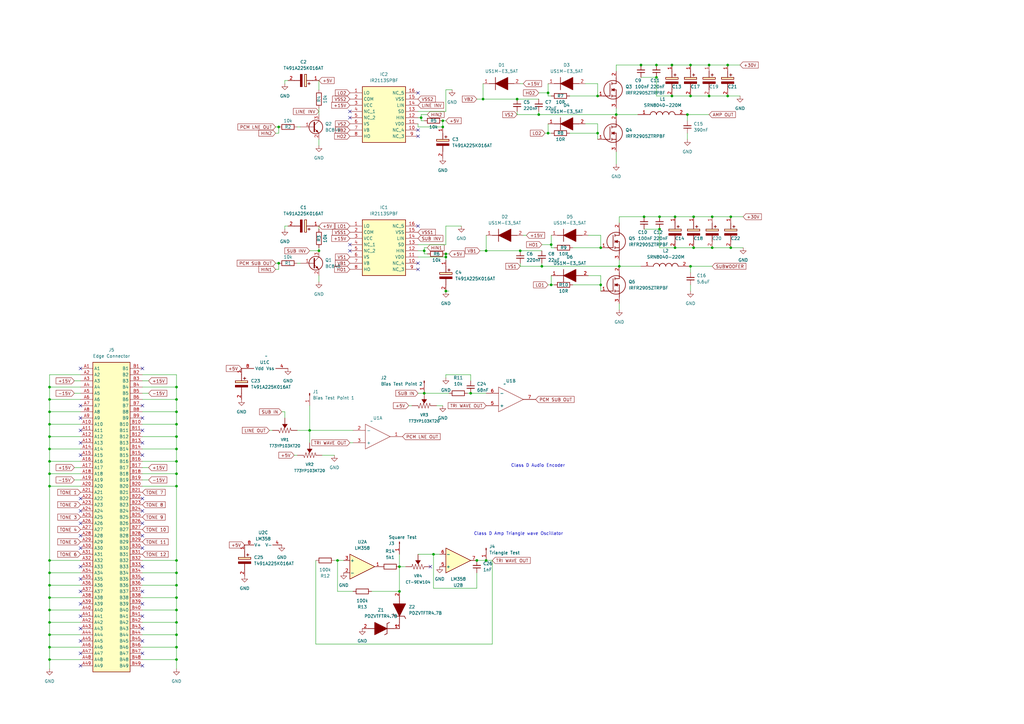
<source format=kicad_sch>
(kicad_sch (version 20230121) (generator eeschema)
  (paper "A3")
  (junction (at 290.83 26.67))
  (junction (at 181.61 52.07))
  (junction (at 283.21 109.22))
  (junction (at 72.39 173.99))
  (junction (at 20.32 189.23))
  (junction (at 182.88 104.14))
  (junction (at 252.73 46.99))
  (junction (at 281.94 46.99))
  (junction (at 226.06 100.33))
  (junction (at 72.39 250.19))
  (junction (at 283.21 39.37))
  (junction (at 262.89 26.67))
  (junction (at 20.32 250.19))
  (junction (at 254 109.22))
  (junction (at 72.39 229.87))
  (junction (at 173.99 102.87))
  (junction (at 195.58 229.87))
  (junction (at 114.3 52.07))
  (junction (at 276.86 88.9))
  (junction (at 213.36 102.87))
  (junction (at 246.38 101.6))
  (junction (at 292.1 88.9))
  (junction (at 72.39 255.27))
  (junction (at 181.61 49.53))
  (junction (at 275.59 26.67))
  (junction (at 199.39 229.87))
  (junction (at 72.39 189.23))
  (junction (at 298.45 26.67))
  (junction (at 292.1 101.6))
  (junction (at 114.3 107.95))
  (junction (at 72.39 163.83))
  (junction (at 270.51 93.98))
  (junction (at 20.32 265.43))
  (junction (at 20.32 194.31))
  (junction (at 20.32 229.87))
  (junction (at 284.48 88.9))
  (junction (at 72.39 245.11))
  (junction (at 130.81 102.87))
  (junction (at 290.83 39.37))
  (junction (at 72.39 184.15))
  (junction (at 224.79 54.61))
  (junction (at 198.12 40.64))
  (junction (at 72.39 179.07))
  (junction (at 222.25 109.22))
  (junction (at 20.32 270.51))
  (junction (at 72.39 265.43))
  (junction (at 270.51 88.9))
  (junction (at 246.38 116.84))
  (junction (at 220.98 46.99))
  (junction (at 127 176.53))
  (junction (at 284.48 101.6))
  (junction (at 20.32 173.99))
  (junction (at 269.24 26.67))
  (junction (at 182.88 105.41))
  (junction (at 163.83 242.57))
  (junction (at 20.32 184.15))
  (junction (at 20.32 179.07))
  (junction (at 20.32 199.39))
  (junction (at 72.39 270.51))
  (junction (at 20.32 255.27))
  (junction (at 224.79 38.1))
  (junction (at 72.39 240.03))
  (junction (at 20.32 234.95))
  (junction (at 276.86 101.6))
  (junction (at 212.09 40.64))
  (junction (at 20.32 158.75))
  (junction (at 163.83 232.41))
  (junction (at 299.72 88.9))
  (junction (at 193.04 161.29))
  (junction (at 298.45 39.37))
  (junction (at 72.39 260.35))
  (junction (at 199.39 102.87))
  (junction (at 20.32 168.91))
  (junction (at 172.72 48.26))
  (junction (at 72.39 199.39))
  (junction (at 226.06 116.84))
  (junction (at 177.8 227.33))
  (junction (at 20.32 163.83))
  (junction (at 20.32 245.11))
  (junction (at 269.24 31.75))
  (junction (at 264.16 88.9))
  (junction (at 245.11 39.37))
  (junction (at 72.39 234.95))
  (junction (at 245.11 54.61))
  (junction (at 72.39 194.31))
  (junction (at 299.72 101.6))
  (junction (at 138.43 229.87))
  (junction (at 20.32 240.03))
  (junction (at 20.32 260.35))
  (junction (at 275.59 39.37))
  (junction (at 72.39 168.91))
  (junction (at 182.88 119.38))
  (junction (at 72.39 158.75))
  (junction (at 283.21 26.67))
  (junction (at 173.99 161.29))
  (no_connect (at 58.42 214.63))
  (no_connect (at 58.42 171.45))
  (no_connect (at 33.02 209.55))
  (no_connect (at 58.42 247.65))
  (no_connect (at 33.02 247.65))
  (no_connect (at 58.42 204.47))
  (no_connect (at 176.53 232.41))
  (no_connect (at 171.45 55.88))
  (no_connect (at 58.42 252.73))
  (no_connect (at 171.45 38.1))
  (no_connect (at 171.45 92.71))
  (no_connect (at 58.42 237.49))
  (no_connect (at 171.45 110.49))
  (no_connect (at 33.02 171.45))
  (no_connect (at 58.42 151.13))
  (no_connect (at 33.02 267.97))
  (no_connect (at 33.02 257.81))
  (no_connect (at 58.42 242.57))
  (no_connect (at 58.42 176.53))
  (no_connect (at 58.42 257.81))
  (no_connect (at 33.02 237.49))
  (no_connect (at 33.02 176.53))
  (no_connect (at 58.42 224.79))
  (no_connect (at 58.42 166.37))
  (no_connect (at 143.51 100.33))
  (no_connect (at 33.02 186.69))
  (no_connect (at 33.02 166.37))
  (no_connect (at 33.02 204.47))
  (no_connect (at 33.02 151.13))
  (no_connect (at 143.51 102.87))
  (no_connect (at 33.02 224.79))
  (no_connect (at 33.02 219.71))
  (no_connect (at 33.02 262.89))
  (no_connect (at 58.42 273.05))
  (no_connect (at 143.51 48.26))
  (no_connect (at 33.02 273.05))
  (no_connect (at 58.42 232.41))
  (no_connect (at 58.42 209.55))
  (no_connect (at 33.02 214.63))
  (no_connect (at 171.45 53.34))
  (no_connect (at 33.02 181.61))
  (no_connect (at 58.42 181.61))
  (no_connect (at 58.42 262.89))
  (no_connect (at 33.02 232.41))
  (no_connect (at 33.02 242.57))
  (no_connect (at 143.51 45.72))
  (no_connect (at 33.02 252.73))
  (no_connect (at 58.42 186.69))
  (no_connect (at 171.45 107.95))
  (no_connect (at 58.42 219.71))
  (no_connect (at 58.42 267.97))
  (wire (pts (xy 138.43 229.87) (xy 140.97 229.87)))
  (wire (pts (xy 30.48 196.85) (xy 33.02 196.85)))
  (wire (pts (xy 284.48 88.9) (xy 292.1 88.9)))
  (wire (pts (xy 240.03 50.8) (xy 245.11 50.8)))
  (wire (pts (xy 72.39 199.39) (xy 72.39 229.87)))
  (wire (pts (xy 283.21 39.37) (xy 290.83 39.37)))
  (wire (pts (xy 33.02 255.27) (xy 20.32 255.27)))
  (wire (pts (xy 171.45 105.41) (xy 182.88 105.41)))
  (wire (pts (xy 262.89 31.75) (xy 269.24 31.75)))
  (wire (pts (xy 233.68 54.61) (xy 245.11 54.61)))
  (wire (pts (xy 72.39 234.95) (xy 72.39 240.03)))
  (wire (pts (xy 195.58 234.95) (xy 195.58 241.3)))
  (wire (pts (xy 246.38 119.38) (xy 246.38 116.84)))
  (wire (pts (xy 175.26 104.14) (xy 173.99 104.14)))
  (wire (pts (xy 130.81 44.45) (xy 130.81 46.99)))
  (wire (pts (xy 30.48 156.21) (xy 33.02 156.21)))
  (wire (pts (xy 224.79 54.61) (xy 226.06 54.61)))
  (wire (pts (xy 193.04 161.29) (xy 199.39 161.29)))
  (wire (pts (xy 222.25 100.33) (xy 226.06 100.33)))
  (wire (pts (xy 173.99 104.14) (xy 173.99 102.87)))
  (wire (pts (xy 58.42 229.87) (xy 72.39 229.87)))
  (wire (pts (xy 222.25 107.95) (xy 222.25 109.22)))
  (wire (pts (xy 181.61 52.07) (xy 181.61 49.53)))
  (wire (pts (xy 224.79 50.8) (xy 224.79 54.61)))
  (wire (pts (xy 113.03 107.95) (xy 114.3 107.95)))
  (wire (pts (xy 130.81 59.69) (xy 130.81 57.15)))
  (wire (pts (xy 72.39 168.91) (xy 72.39 173.99)))
  (wire (pts (xy 173.99 161.29) (xy 184.15 161.29)))
  (wire (pts (xy 20.32 194.31) (xy 33.02 194.31)))
  (wire (pts (xy 20.32 245.11) (xy 20.32 240.03)))
  (wire (pts (xy 127 181.61) (xy 127 176.53)))
  (wire (pts (xy 283.21 39.37) (xy 275.59 39.37)))
  (wire (pts (xy 283.21 116.84) (xy 283.21 119.38)))
  (wire (pts (xy 20.32 163.83) (xy 33.02 163.83)))
  (wire (pts (xy 213.36 34.29) (xy 214.63 34.29)))
  (wire (pts (xy 224.79 38.1) (xy 224.79 39.37)))
  (wire (pts (xy 224.79 116.84) (xy 226.06 116.84)))
  (wire (pts (xy 116.84 168.91) (xy 115.57 168.91)))
  (wire (pts (xy 241.3 96.52) (xy 246.38 96.52)))
  (wire (pts (xy 130.81 33.02) (xy 130.81 36.83)))
  (wire (pts (xy 172.72 49.53) (xy 172.72 48.26)))
  (wire (pts (xy 72.39 189.23) (xy 72.39 194.31)))
  (wire (pts (xy 33.02 229.87) (xy 20.32 229.87)))
  (wire (pts (xy 199.39 96.52) (xy 199.39 102.87)))
  (wire (pts (xy 182.88 36.83) (xy 182.88 45.72)))
  (wire (pts (xy 264.16 93.98) (xy 270.51 93.98)))
  (wire (pts (xy 275.59 39.37) (xy 269.24 39.37)))
  (wire (pts (xy 58.42 161.29) (xy 60.96 161.29)))
  (wire (pts (xy 20.32 184.15) (xy 33.02 184.15)))
  (wire (pts (xy 20.32 270.51) (xy 20.32 274.32)))
  (wire (pts (xy 171.45 52.07) (xy 181.61 52.07)))
  (wire (pts (xy 33.02 245.11) (xy 20.32 245.11)))
  (wire (pts (xy 130.81 92.71) (xy 130.81 93.98)))
  (wire (pts (xy 120.65 186.69) (xy 121.92 186.69)))
  (wire (pts (xy 33.02 240.03) (xy 20.32 240.03)))
  (wire (pts (xy 214.63 96.52) (xy 215.9 96.52)))
  (wire (pts (xy 245.11 34.29) (xy 245.11 39.37)))
  (wire (pts (xy 72.39 265.43) (xy 72.39 270.51)))
  (wire (pts (xy 72.39 274.32) (xy 72.39 270.51)))
  (wire (pts (xy 246.38 113.03) (xy 246.38 116.84)))
  (wire (pts (xy 58.42 153.67) (xy 72.39 153.67)))
  (wire (pts (xy 245.11 50.8) (xy 245.11 54.61)))
  (wire (pts (xy 292.1 88.9) (xy 299.72 88.9)))
  (wire (pts (xy 201.93 264.16) (xy 129.54 264.16)))
  (wire (pts (xy 199.39 229.87) (xy 195.58 229.87)))
  (wire (pts (xy 193.04 153.67) (xy 182.88 153.67)))
  (wire (pts (xy 234.95 101.6) (xy 246.38 101.6)))
  (wire (pts (xy 254 109.22) (xy 262.89 109.22)))
  (wire (pts (xy 121.92 107.95) (xy 123.19 107.95)))
  (wire (pts (xy 33.02 234.95) (xy 20.32 234.95)))
  (wire (pts (xy 283.21 109.22) (xy 292.1 109.22)))
  (wire (pts (xy 20.32 199.39) (xy 20.32 229.87)))
  (wire (pts (xy 252.73 46.99) (xy 261.62 46.99)))
  (wire (pts (xy 72.39 158.75) (xy 72.39 163.83)))
  (wire (pts (xy 212.09 40.64) (xy 198.12 40.64)))
  (wire (pts (xy 241.3 113.03) (xy 246.38 113.03)))
  (wire (pts (xy 58.42 184.15) (xy 72.39 184.15)))
  (wire (pts (xy 20.32 234.95) (xy 20.32 229.87)))
  (wire (pts (xy 195.58 241.3) (xy 177.8 241.3)))
  (wire (pts (xy 173.99 102.87) (xy 171.45 102.87)))
  (wire (pts (xy 58.42 173.99) (xy 72.39 173.99)))
  (wire (pts (xy 276.86 88.9) (xy 284.48 88.9)))
  (wire (pts (xy 20.32 173.99) (xy 20.32 179.07)))
  (wire (pts (xy 252.73 26.67) (xy 252.73 29.21)))
  (wire (pts (xy 240.03 34.29) (xy 245.11 34.29)))
  (wire (pts (xy 127 102.87) (xy 130.81 102.87)))
  (wire (pts (xy 110.49 176.53) (xy 111.76 176.53)))
  (wire (pts (xy 58.42 168.91) (xy 72.39 168.91)))
  (wire (pts (xy 213.36 109.22) (xy 222.25 109.22)))
  (wire (pts (xy 30.48 161.29) (xy 33.02 161.29)))
  (wire (pts (xy 252.73 26.67) (xy 262.89 26.67)))
  (wire (pts (xy 283.21 109.22) (xy 283.21 111.76)))
  (wire (pts (xy 33.02 250.19) (xy 20.32 250.19)))
  (wire (pts (xy 20.32 173.99) (xy 33.02 173.99)))
  (wire (pts (xy 58.42 234.95) (xy 72.39 234.95)))
  (wire (pts (xy 171.45 227.33) (xy 177.8 227.33)))
  (wire (pts (xy 20.32 189.23) (xy 20.32 194.31)))
  (wire (pts (xy 72.39 245.11) (xy 72.39 250.19)))
  (wire (pts (xy 130.81 115.57) (xy 130.81 113.03)))
  (wire (pts (xy 290.83 39.37) (xy 298.45 39.37)))
  (wire (pts (xy 72.39 240.03) (xy 72.39 245.11)))
  (wire (pts (xy 20.32 184.15) (xy 20.32 189.23)))
  (wire (pts (xy 20.32 153.67) (xy 33.02 153.67)))
  (wire (pts (xy 60.96 156.21) (xy 58.42 156.21)))
  (wire (pts (xy 20.32 270.51) (xy 20.32 265.43)))
  (wire (pts (xy 116.84 168.91) (xy 116.84 171.45)))
  (wire (pts (xy 20.32 194.31) (xy 20.32 199.39)))
  (wire (pts (xy 116.84 33.02) (xy 118.11 33.02)))
  (wire (pts (xy 182.88 105.41) (xy 182.88 104.14)))
  (wire (pts (xy 58.42 189.23) (xy 72.39 189.23)))
  (wire (pts (xy 58.42 163.83) (xy 72.39 163.83)))
  (wire (pts (xy 116.84 34.29) (xy 116.84 33.02)))
  (wire (pts (xy 72.39 153.67) (xy 72.39 158.75)))
  (wire (pts (xy 138.43 229.87) (xy 138.43 242.57)))
  (wire (pts (xy 177.8 241.3) (xy 177.8 227.33)))
  (wire (pts (xy 20.32 153.67) (xy 20.32 158.75)))
  (wire (pts (xy 233.68 39.37) (xy 245.11 39.37)))
  (wire (pts (xy 199.39 102.87) (xy 196.85 102.87)))
  (wire (pts (xy 227.33 101.6) (xy 226.06 101.6)))
  (wire (pts (xy 281.94 54.61) (xy 281.94 57.15)))
  (wire (pts (xy 113.03 110.49) (xy 114.3 110.49)))
  (wire (pts (xy 226.06 96.52) (xy 226.06 100.33)))
  (wire (pts (xy 181.61 49.53) (xy 182.88 49.53)))
  (wire (pts (xy 284.48 101.6) (xy 276.86 101.6)))
  (wire (pts (xy 212.09 40.64) (xy 220.98 40.64)))
  (wire (pts (xy 171.45 52.07) (xy 171.45 50.8)))
  (wire (pts (xy 213.36 102.87) (xy 222.25 102.87)))
  (wire (pts (xy 116.84 93.98) (xy 116.84 92.71)))
  (wire (pts (xy 182.88 100.33) (xy 171.45 100.33)))
  (wire (pts (xy 299.72 101.6) (xy 304.8 101.6)))
  (wire (pts (xy 220.98 38.1) (xy 224.79 38.1)))
  (wire (pts (xy 163.83 227.33) (xy 163.83 232.41)))
  (wire (pts (xy 281.94 46.99) (xy 281.94 49.53)))
  (wire (pts (xy 226.06 100.33) (xy 226.06 101.6)))
  (wire (pts (xy 246.38 96.52) (xy 246.38 101.6)))
  (wire (pts (xy 264.16 88.9) (xy 270.51 88.9)))
  (wire (pts (xy 269.24 39.37) (xy 269.24 31.75)))
  (wire (pts (xy 254 88.9) (xy 254 91.44)))
  (wire (pts (xy 72.39 260.35) (xy 72.39 265.43)))
  (wire (pts (xy 283.21 26.67) (xy 290.83 26.67)))
  (wire (pts (xy 20.32 163.83) (xy 20.32 168.91)))
  (wire (pts (xy 193.04 156.21) (xy 193.04 153.67)))
  (wire (pts (xy 20.32 158.75) (xy 20.32 163.83)))
  (wire (pts (xy 292.1 101.6) (xy 299.72 101.6)))
  (wire (pts (xy 182.88 92.71) (xy 182.88 100.33)))
  (wire (pts (xy 182.88 153.67) (xy 182.88 154.94)))
  (wire (pts (xy 298.45 26.67) (xy 303.53 26.67)))
  (wire (pts (xy 72.39 163.83) (xy 72.39 168.91)))
  (wire (pts (xy 198.12 40.64) (xy 195.58 40.64)))
  (wire (pts (xy 129.54 264.16) (xy 129.54 229.87)))
  (wire (pts (xy 58.42 196.85) (xy 60.96 196.85)))
  (wire (pts (xy 132.08 186.69) (xy 137.16 186.69)))
  (wire (pts (xy 167.64 166.37) (xy 168.91 166.37)))
  (wire (pts (xy 191.77 161.29) (xy 193.04 161.29)))
  (wire (pts (xy 163.83 232.41) (xy 166.37 232.41)))
  (wire (pts (xy 20.32 158.75) (xy 33.02 158.75)))
  (wire (pts (xy 226.06 116.84) (xy 227.33 116.84)))
  (wire (pts (xy 20.32 189.23) (xy 33.02 189.23)))
  (wire (pts (xy 270.51 88.9) (xy 276.86 88.9)))
  (wire (pts (xy 175.26 46.99) (xy 172.72 46.99)))
  (wire (pts (xy 185.42 36.83) (xy 182.88 36.83)))
  (wire (pts (xy 72.39 194.31) (xy 72.39 199.39)))
  (wire (pts (xy 163.83 242.57) (xy 152.4 242.57)))
  (wire (pts (xy 269.24 26.67) (xy 275.59 26.67)))
  (wire (pts (xy 223.52 54.61) (xy 224.79 54.61)))
  (wire (pts (xy 171.45 161.29) (xy 173.99 161.29)))
  (wire (pts (xy 222.25 109.22) (xy 254 109.22)))
  (wire (pts (xy 58.42 260.35) (xy 72.39 260.35)))
  (wire (pts (xy 20.32 240.03) (xy 20.32 234.95)))
  (wire (pts (xy 20.32 179.07) (xy 20.32 184.15)))
  (wire (pts (xy 114.3 54.61) (xy 114.3 52.07)))
  (wire (pts (xy 58.42 179.07) (xy 72.39 179.07)))
  (wire (pts (xy 20.32 260.35) (xy 20.32 255.27)))
  (wire (pts (xy 20.32 199.39) (xy 33.02 199.39)))
  (wire (pts (xy 127 166.37) (xy 127 176.53)))
  (wire (pts (xy 175.26 101.6) (xy 173.99 101.6)))
  (wire (pts (xy 226.06 113.03) (xy 226.06 116.84)))
  (wire (pts (xy 58.42 158.75) (xy 72.39 158.75)))
  (wire (pts (xy 20.32 265.43) (xy 20.32 260.35)))
  (wire (pts (xy 224.79 39.37) (xy 226.06 39.37)))
  (wire (pts (xy 116.84 92.71) (xy 118.11 92.71)))
  (wire (pts (xy 184.15 119.38) (xy 182.88 119.38)))
  (wire (pts (xy 20.32 168.91) (xy 33.02 168.91)))
  (wire (pts (xy 212.09 46.99) (xy 220.98 46.99)))
  (wire (pts (xy 213.36 102.87) (xy 199.39 102.87)))
  (wire (pts (xy 58.42 245.11) (xy 72.39 245.11)))
  (wire (pts (xy 58.42 199.39) (xy 72.39 199.39)))
  (wire (pts (xy 290.83 26.67) (xy 298.45 26.67)))
  (wire (pts (xy 189.23 92.71) (xy 182.88 92.71)))
  (wire (pts (xy 58.42 270.51) (xy 72.39 270.51)))
  (wire (pts (xy 33.02 260.35) (xy 20.32 260.35)))
  (wire (pts (xy 130.81 101.6) (xy 130.81 102.87)))
  (wire (pts (xy 254 106.68) (xy 254 109.22)))
  (wire (pts (xy 182.88 45.72) (xy 171.45 45.72)))
  (wire (pts (xy 262.89 26.67) (xy 269.24 26.67)))
  (wire (pts (xy 20.32 168.91) (xy 20.32 173.99)))
  (wire (pts (xy 20.32 179.07) (xy 33.02 179.07)))
  (wire (pts (xy 220.98 45.72) (xy 220.98 46.99)))
  (wire (pts (xy 33.02 265.43) (xy 20.32 265.43)))
  (wire (pts (xy 179.07 166.37) (xy 181.61 166.37)))
  (wire (pts (xy 182.88 105.41) (xy 182.88 106.68)))
  (wire (pts (xy 201.93 229.87) (xy 199.39 229.87)))
  (wire (pts (xy 137.16 229.87) (xy 138.43 229.87)))
  (wire (pts (xy 60.96 191.77) (xy 58.42 191.77)))
  (wire (pts (xy 114.3 110.49) (xy 114.3 107.95)))
  (wire (pts (xy 113.03 52.07) (xy 114.3 52.07)))
  (wire (pts (xy 245.11 57.15) (xy 245.11 54.61)))
  (wire (pts (xy 270.51 101.6) (xy 270.51 93.98)))
  (wire (pts (xy 254 88.9) (xy 264.16 88.9)))
  (wire (pts (xy 72.39 229.87) (xy 72.39 234.95)))
  (wire (pts (xy 58.42 265.43) (xy 72.39 265.43)))
  (wire (pts (xy 58.42 240.03) (xy 72.39 240.03)))
  (wire (pts (xy 299.72 88.9) (xy 304.8 88.9)))
  (wire (pts (xy 121.92 52.07) (xy 123.19 52.07)))
  (wire (pts (xy 72.39 255.27) (xy 72.39 260.35)))
  (wire (pts (xy 58.42 194.31) (xy 72.39 194.31)))
  (wire (pts (xy 172.72 46.99) (xy 172.72 48.26)))
  (wire (pts (xy 252.73 62.23) (xy 252.73 67.31)))
  (wire (pts (xy 113.03 54.61) (xy 114.3 54.61)))
  (wire (pts (xy 33.02 270.51) (xy 20.32 270.51)))
  (wire (pts (xy 177.8 227.33) (xy 180.34 227.33)))
  (wire (pts (xy 198.12 34.29) (xy 198.12 40.64)))
  (wire (pts (xy 127 176.53) (xy 144.78 176.53)))
  (wire (pts (xy 298.45 39.37) (xy 303.53 39.37)))
  (wire (pts (xy 20.32 250.19) (xy 20.32 245.11)))
  (wire (pts (xy 281.94 46.99) (xy 290.83 46.99)))
  (wire (pts (xy 275.59 26.67) (xy 283.21 26.67)))
  (wire (pts (xy 284.48 101.6) (xy 292.1 101.6)))
  (wire (pts (xy 72.39 173.99) (xy 72.39 179.07)))
  (wire (pts (xy 254 124.46) (xy 254 127)))
  (wire (pts (xy 72.39 179.07) (xy 72.39 184.15)))
  (wire (pts (xy 220.98 46.99) (xy 252.73 46.99)))
  (wire (pts (xy 212.09 45.72) (xy 212.09 46.99)))
  (wire (pts (xy 172.72 48.26) (xy 171.45 48.26)))
  (wire (pts (xy 20.32 255.27) (xy 20.32 250.19)))
  (wire (pts (xy 72.39 184.15) (xy 72.39 189.23)))
  (wire (pts (xy 138.43 242.57) (xy 144.78 242.57)))
  (wire (pts (xy 72.39 250.19) (xy 72.39 255.27)))
  (wire (pts (xy 58.42 255.27) (xy 72.39 255.27)))
  (wire (pts (xy 173.99 49.53) (xy 172.72 49.53)))
  (wire (pts (xy 121.92 176.53) (xy 127 176.53)))
  (wire (pts (xy 182.88 104.14) (xy 184.15 104.14)))
  (wire (pts (xy 58.42 250.19) (xy 72.39 250.19)))
  (wire (pts (xy 276.86 101.6) (xy 270.51 101.6)))
  (wire (pts (xy 30.48 191.77) (xy 33.02 191.77)))
  (wire (pts (xy 234.95 116.84) (xy 246.38 116.84)))
  (wire (pts (xy 201.93 229.87) (xy 201.93 264.16)))
  (wire (pts (xy 173.99 101.6) (xy 173.99 102.87)))
  (wire (pts (xy 224.79 34.29) (xy 224.79 38.1)))
  (wire (pts (xy 213.36 107.95) (xy 213.36 109.22)))
  (wire (pts (xy 252.73 44.45) (xy 252.73 46.99)))
  (wire (pts (xy 143.51 181.61) (xy 144.78 181.61)))
  (wire (pts (xy 163.83 232.41) (xy 163.83 242.57)))
  (text "Class D Audio Encoder" (at 209.55 191.77 0) (effects (font (size 1.27 1.27)) (justify left bottom)))
  (text "Class D Amp Triangle wave Oscillator" (at 194.31 219.71 0) (effects (font (size 1.27 1.27)) (justify left bottom)))
  (global_label "+5V" (shape input) (at 167.64 166.37 180) (property "Intersheetrefs" "${INTERSHEET_REFS}" (effects hide)))
  (global_label "+5V" (shape input) (at 130.81 33.02 0) (property "Intersheetrefs" "${INTERSHEET_REFS}" (effects hide)))
  (global_label "LO1" (shape input) (at 224.79 116.84 180) (property "Intersheetrefs" "${INTERSHEET_REFS}" (effects hide)))
  (global_label "+15V" (shape input) (at 60.96 156.21 0) (property "Intersheetrefs" "${INTERSHEET_REFS}" (effects hide)))
  (global_label "TONE 1" (shape input) (at 33.02 201.93 180) (property "Intersheetrefs" "${INTERSHEET_REFS}" (effects hide)))
  (global_label "TONE 3" (shape input) (at 33.02 212.09 180) (property "Intersheetrefs" "${INTERSHEET_REFS}" (effects hide)))
  (global_label "SUB IN" (shape input) (at 115.57 168.91 180) (property "Intersheetrefs" "${INTERSHEET_REFS}" (effects hide)))
  (global_label "VSS1" (shape input) (at 171.45 95.25 0) (property "Intersheetrefs" "${INTERSHEET_REFS}" (effects hide)))
  (global_label "VS1" (shape input) (at 143.51 105.41 180) (property "Intersheetrefs" "${INTERSHEET_REFS}" (effects hide)))
  (global_label "-15V" (shape input) (at 30.48 161.29 180) (property "Intersheetrefs" "${INTERSHEET_REFS}" (effects hide)))
  (global_label "VSS2" (shape input) (at 171.45 40.64 0) (property "Intersheetrefs" "${INTERSHEET_REFS}" (effects hide)))
  (global_label "VB2" (shape input) (at 195.58 40.64 180) (property "Intersheetrefs" "${INTERSHEET_REFS}" (effects hide)))
  (global_label "HIN2" (shape input) (at 113.03 54.61 180) (property "Intersheetrefs" "${INTERSHEET_REFS}" (effects hide)))
  (global_label "PCM LNE OUT" (shape input) (at 165.1 179.07 0) (property "Intersheetrefs" "${INTERSHEET_REFS}" (effects hide)))
  (global_label "PCM SUB OUT" (shape input) (at 113.03 107.95 180) (property "Intersheetrefs" "${INTERSHEET_REFS}" (effects hide)))
  (global_label "VSS2" (shape input) (at 143.51 40.64 180) (property "Intersheetrefs" "${INTERSHEET_REFS}" (effects hide)))
  (global_label "+15V" (shape input) (at 214.63 34.29 0) (property "Intersheetrefs" "${INTERSHEET_REFS}" (effects hide)))
  (global_label "TRI WAVE OUT" (shape input) (at 201.93 229.87 0) (property "Intersheetrefs" "${INTERSHEET_REFS}" (effects hide)))
  (global_label "TONE 6" (shape input) (at 33.02 227.33 180) (property "Intersheetrefs" "${INTERSHEET_REFS}" (effects hide)))
  (global_label "PCM LNE OUT" (shape input) (at 113.03 52.07 180) (property "Intersheetrefs" "${INTERSHEET_REFS}" (effects hide)))
  (global_label "LINE OUT" (shape input) (at 110.49 176.53 180) (property "Intersheetrefs" "${INTERSHEET_REFS}" (effects hide)))
  (global_label "HO1" (shape input) (at 222.25 100.33 180) (property "Intersheetrefs" "${INTERSHEET_REFS}" (effects hide)))
  (global_label "-15V" (shape input) (at 30.48 196.85 180) (property "Intersheetrefs" "${INTERSHEET_REFS}" (effects hide)))
  (global_label "+15V" (shape input) (at 30.48 156.21 180) (property "Intersheetrefs" "${INTERSHEET_REFS}" (effects hide)))
  (global_label "+5V" (shape input) (at 182.88 49.53 0) (property "Intersheetrefs" "${INTERSHEET_REFS}" (effects hide)))
  (global_label "TONE 9" (shape input) (at 58.42 212.09 0) (property "Intersheetrefs" "${INTERSHEET_REFS}" (effects hide)))
  (global_label "+5V" (shape input) (at 130.81 92.71 0) (property "Intersheetrefs" "${INTERSHEET_REFS}" (effects hide)))
  (global_label "LO1" (shape input) (at 143.51 92.71 180) (property "Intersheetrefs" "${INTERSHEET_REFS}" (effects hide)))
  (global_label "VB2" (shape input) (at 143.51 53.34 180) (property "Intersheetrefs" "${INTERSHEET_REFS}" (effects hide)))
  (global_label "TONE 7" (shape input) (at 58.42 201.93 0) (property "Intersheetrefs" "${INTERSHEET_REFS}" (effects hide)))
  (global_label "-15V" (shape input) (at 60.96 161.29 0) (property "Intersheetrefs" "${INTERSHEET_REFS}" (effects hide)))
  (global_label "+15V" (shape input) (at 215.9 96.52 0) (property "Intersheetrefs" "${INTERSHEET_REFS}" (effects hide)))
  (global_label "+15V" (shape input) (at 30.48 191.77 180) (property "Intersheetrefs" "${INTERSHEET_REFS}" (effects hide)))
  (global_label "SUB IN" (shape input) (at 171.45 161.29 180) (property "Intersheetrefs" "${INTERSHEET_REFS}" (effects hide)))
  (global_label "TONE 11" (shape input) (at 58.42 222.25 0) (property "Intersheetrefs" "${INTERSHEET_REFS}" (effects hide)))
  (global_label "+5V" (shape input) (at 120.65 186.69 180) (property "Intersheetrefs" "${INTERSHEET_REFS}" (effects hide)))
  (global_label "TONE 2" (shape input) (at 33.02 207.01 180) (property "Intersheetrefs" "${INTERSHEET_REFS}" (effects hide)))
  (global_label "+30V" (shape input) (at 304.8 88.9 0) (property "Intersheetrefs" "${INTERSHEET_REFS}" (effects hide)))
  (global_label "+15V" (shape input) (at 143.51 97.79 180) (property "Intersheetrefs" "${INTERSHEET_REFS}" (effects hide)))
  (global_label "TONE 5" (shape input) (at 33.02 222.25 180) (property "Intersheetrefs" "${INTERSHEET_REFS}" (effects hide)))
  (global_label "VS2" (shape input) (at 212.09 46.99 180) (property "Intersheetrefs" "${INTERSHEET_REFS}" (effects hide)))
  (global_label "+30V" (shape input) (at 303.53 26.67 0) (property "Intersheetrefs" "${INTERSHEET_REFS}" (effects hide)))
  (global_label "PCM SUB OUT" (shape input) (at 219.71 163.83 0) (property "Intersheetrefs" "${INTERSHEET_REFS}" (effects hide)))
  (global_label "LO2" (shape input) (at 143.51 38.1 180) (property "Intersheetrefs" "${INTERSHEET_REFS}" (effects hide)))
  (global_label "VB1" (shape input) (at 143.51 107.95 180) (property "Intersheetrefs" "${INTERSHEET_REFS}" (effects hide)))
  (global_label "+15V" (shape input) (at 143.51 43.18 180) (property "Intersheetrefs" "${INTERSHEET_REFS}" (effects hide)))
  (global_label "HO2" (shape input) (at 220.98 38.1 180) (property "Intersheetrefs" "${INTERSHEET_REFS}" (effects hide)))
  (global_label "+5V" (shape input) (at 99.06 151.13 180) (property "Intersheetrefs" "${INTERSHEET_REFS}" (effects hide)))
  (global_label "TONE 12" (shape input) (at 58.42 227.33 0) (property "Intersheetrefs" "${INTERSHEET_REFS}" (effects hide)))
  (global_label "LO2" (shape input) (at 223.52 54.61 180) (property "Intersheetrefs" "${INTERSHEET_REFS}" (effects hide)))
  (global_label "VS2" (shape input) (at 143.51 50.8 180) (property "Intersheetrefs" "${INTERSHEET_REFS}" (effects hide)))
  (global_label "HIN1" (shape input) (at 175.26 101.6 0) (property "Intersheetrefs" "${INTERSHEET_REFS}" (effects hide)))
  (global_label "+5V" (shape input) (at 100.33 223.52 180) (property "Intersheetrefs" "${INTERSHEET_REFS}" (effects hide)))
  (global_label "AMP OUT" (shape input) (at 290.83 46.99 0) (property "Intersheetrefs" "${INTERSHEET_REFS}" (effects hide)))
  (global_label "HIN1" (shape input) (at 113.03 110.49 180) (property "Intersheetrefs" "${INTERSHEET_REFS}" (effects hide)))
  (global_label "TONE 10" (shape input) (at 58.42 217.17 0) (property "Intersheetrefs" "${INTERSHEET_REFS}" (effects hide)))
  (global_label "+15V" (shape input) (at 60.96 191.77 0) (property "Intersheetrefs" "${INTERSHEET_REFS}" (effects hide)))
  (global_label "TRI WAVE OUT" (shape input) (at 143.51 181.61 180) (property "Intersheetrefs" "${INTERSHEET_REFS}" (effects hide)))
  (global_label "+5V" (shape input) (at 184.15 104.14 0) (property "Intersheetrefs" "${INTERSHEET_REFS}" (effects hide)))
  (global_label "HO1" (shape input) (at 143.51 110.49 180) (property "Intersheetrefs" "${INTERSHEET_REFS}" (effects hide)))
  (global_label "VSS1" (shape input) (at 143.51 95.25 180) (property "Intersheetrefs" "${INTERSHEET_REFS}" (effects hide)))
  (global_label "SUB INV" (shape input) (at 171.45 97.79 0) (property "Intersheetrefs" "${INTERSHEET_REFS}" (effects hide)))
  (global_label "-15V" (shape input) (at 60.96 196.85 0) (property "Intersheetrefs" "${INTERSHEET_REFS}" (effects hide)))
  (global_label "LINE INV" (shape input) (at 171.45 43.18 0) (property "Intersheetrefs" "${INTERSHEET_REFS}" (effects hide)))
  (global_label "HIN2" (shape input) (at 175.26 46.99 0) (property "Intersheetrefs" "${INTERSHEET_REFS}" (effects hide)))
  (global_label "LINE INV" (shape input) (at 130.81 45.72 180) (property "Intersheetrefs" "${INTERSHEET_REFS}" (effects hide)))
  (global_label "TONE 4" (shape input) (at 33.02 217.17 180) (property "Intersheetrefs" "${INTERSHEET_REFS}" (effects hide)))
  (global_label "TONE 8" (shape input) (at 58.42 207.01 0) (property "Intersheetrefs" "${INTERSHEET_REFS}" (effects hide)))
  (global_label "SUBWOOFER" (shape input) (at 292.1 109.22 0) (property "Intersheetrefs" "${INTERSHEET_REFS}" (effects hide)))
  (global_label "SUB INV" (shape input) (at 127 102.87 180) (property "Intersheetrefs" "${INTERSHEET_REFS}" (effects hide)))
  (global_label "HO2" (shape input) (at 143.51 55.88 180) (property "Intersheetrefs" "${INTERSHEET_REFS}" (effects hide)))
  (global_label "VB1" (shape input) (at 196.85 102.87 180) (property "Intersheetrefs" "${INTERSHEET_REFS}" (effects hide)))
  (global_label "TRI WAVE OUT" (shape input) (at 199.39 166.37 180) (property "Intersheetrefs" "${INTERSHEET_REFS}" (effects hide)))
  (global_label "VS1" (shape input) (at 213.36 109.22 180) (property "Intersheetrefs" "${INTERSHEET_REFS}" (effects hide)))
  (symbol (lib_id "SamacSys_Parts:MCP6022-PF") (at 109.22 146.05 0) (unit 3)
    (property "Reference" "U1" (at 108.585 148.59 0))
    (property "Value" "~" (at 109.22 146.05 0))
    (property "Footprint" "SamacSys_Parts:SOIC127P600X175-8N" (effects hide))
  )
  (symbol (lib_id "SamacSys_Parts:US1M-E3_5AT") (at 224.79 50.8 0) (unit 1)
    (property "Reference" "D4" (at 232.41 43.18 0))
    (property "Value" "US1M-E3_5AT" (at 232.41 45.72 0))
    (property "Footprint" "SamacSys_Parts:DIOM5127X229N" (effects hide))
    (property "Datasheet" "https://www.vishay.com/docs/88768/us1.pdf" (effects hide))
    (property "Height" "2.29" (effects hide))
    (property "Manufacturer_Name" "Vishay" (effects hide))
    (property "Manufacturer_Part_Number" "US1M-E3/5AT" (effects hide))
  )
  (symbol (lib_id "Connector:Conn_01x01_Pin") (at 173.99 156.21 270) (unit 1)
    (property "Reference" "J2" (at 156.21 154.94 90) (effects (justify left)))
    (property "Value" "Bias Test Point 2" (at 156.21 157.48 90) (effects (justify left)))
    (property "Footprint" "Connector_PinHeader_2.54mm:PinHeader_1x01_P2.54mm_Vertical" (effects hide))
  )
  (symbol (lib_id "power:GND") (at 182.88 119.38 0) (unit 1)
    (property "Reference" "#PWR06" (effects hide))
    (property "Value" "GND" (at 182.88 124.46 0))
  )
  (symbol (lib_id "power:GND") (at 100.33 236.22 0) (unit 1)
    (property "Reference" "#PWR020" (effects hide))
    (property "Value" "GND" (at 100.33 241.3 0))
  )
  (symbol (lib_id "Device:C_Small") (at 262.89 29.21 180) (unit 1)
    (property "Reference" "C9" (at 260.35 33.02 0) (effects (justify right)))
    (property "Value" "100nF" (at 260.35 35.56 0) (effects (justify right)))
    (property "Footprint" "Capacitor_SMD:C_1206_3216Metric" (effects hide))
  )
  (symbol (lib_id "SamacSys_Parts:T491A225K016AT") (at 181.61 52.07 270) (unit 1)
    (property "Reference" "C3" (at 185.42 57.15 90) (effects (justify left)))
    (property "Value" "T491A225K016AT" (at 185.42 59.69 90) (effects (justify left)))
    (property "Footprint" "T491A" (effects hide))
    (property "Datasheet" "https://content.kemet.com/datasheets/KEM_T2005_T491.pdf" (effects hide))
    (property "Height" "1.8" (effects hide))
    (property "Manufacturer_Name" "KEMET" (effects hide))
    (property "Manufacturer_Part_Number" "T491A225K016AT" (effects hide))
  )
  (symbol (lib_id "Device:R") (at 148.59 242.57 270) (mirror x) (unit 1)
    (property "Reference" "R13" (at 148.59 248.92 90))
    (property "Value" "100k" (at 148.59 246.38 90))
    (property "Footprint" "Resistor_SMD:R_1206_3216Metric" (effects hide))
  )
  (symbol (lib_id "SamacSys_Parts:EEEFK1H221P") (at 292.1 88.9 270) (unit 1)
    (property "Reference" "C20" (at 292.1 97.79 90) (effects (justify left)))
    (property "Value" "EEEFK1H221P" (effects hide))
    (property "Footprint" "SamacSys_Parts:EEE0JA152UAP" (effects hide))
    (property "Datasheet" "http://industrial.panasonic.com/cdbs/www-data/pdf/RDE0000/ABA0000C1181.pdf" (effects hide))
    (property "Height" "12" (effects hide))
    (property "Manufacturer_Name" "Panasonic" (effects hide))
    (property "Manufacturer_Part_Number" "EEEFK1H221P" (effects hide))
  )
  (symbol (lib_id "Device:C_Small") (at 283.21 114.3 180) (unit 1)
    (property "Reference" "C16" (at 285.75 113.0235 0) (effects (justify right)))
    (property "Value" "5.6uF" (at 285.75 115.5635 0) (effects (justify right)))
    (property "Footprint" "Capacitor_SMD:C_1206_3216Metric" (effects hide))
  )
  (symbol (lib_id "Device:C_Small") (at 281.94 52.07 180) (unit 1)
    (property "Reference" "C15" (at 284.48 50.7936 0) (effects (justify right)))
    (property "Value" "390nF" (at 284.48 53.3336 0) (effects (justify right)))
    (property "Footprint" "Capacitor_SMD:C_1206_3216Metric" (effects hide))
  )
  (symbol (lib_id "SamacSys_Parts:US1M-E3_5AT") (at 226.06 113.03 0) (unit 1)
    (property "Reference" "D6" (at 233.68 105.41 0))
    (property "Value" "US1M-E3_5AT" (at 233.68 107.95 0))
    (property "Footprint" "SamacSys_Parts:DIOM5127X229N" (effects hide))
    (property "Datasheet" "https://www.vishay.com/docs/88768/us1.pdf" (effects hide))
    (property "Height" "2.29" (effects hide))
    (property "Manufacturer_Name" "Vishay" (effects hide))
    (property "Manufacturer_Part_Number" "US1M-E3/5AT" (effects hide))
  )
  (symbol (lib_id "SamacSys_Parts:US1M-E3_5AT") (at 199.39 96.52 0) (unit 1)
    (property "Reference" "D2" (at 207.01 88.9 0))
    (property "Value" "US1M-E3_5AT" (at 207.01 91.44 0))
    (property "Footprint" "SamacSys_Parts:DIOM5127X229N" (effects hide))
    (property "Datasheet" "https://www.vishay.com/docs/88768/us1.pdf" (effects hide))
    (property "Height" "2.29" (effects hide))
    (property "Manufacturer_Name" "Vishay" (effects hide))
    (property "Manufacturer_Part_Number" "US1M-E3/5AT" (effects hide))
  )
  (symbol (lib_id "SamacSys_Parts:EEEFK1H221P") (at 290.83 26.67 270) (unit 1)
    (property "Reference" "C19" (at 290.83 35.56 90) (effects (justify left)))
    (property "Value" "EEEFK1H221P" (effects hide))
    (property "Footprint" "SamacSys_Parts:EEE0JA152UAP" (effects hide))
    (property "Datasheet" "http://industrial.panasonic.com/cdbs/www-data/pdf/RDE0000/ABA0000C1181.pdf" (effects hide))
    (property "Height" "12" (effects hide))
    (property "Manufacturer_Name" "Panasonic" (effects hide))
    (property "Manufacturer_Part_Number" "EEEFK1H221P" (effects hide))
  )
  (symbol (lib_id "power:GND") (at 252.73 67.31 0) (unit 1)
    (property "Reference" "#PWR09" (effects hide))
    (property "Value" "GND" (at 252.73 72.39 0))
  )
  (symbol (lib_id "Device:C_Small") (at 212.09 43.18 0) (unit 1)
    (property "Reference" "C5" (at 214.63 41.9162 0) (effects (justify left)))
    (property "Value" "220nF" (at 214.63 44.4562 0) (effects (justify left)))
    (property "Footprint" "Capacitor_SMD:C_1206_3216Metric" (effects hide))
  )
  (symbol (lib_id "Device:R") (at 133.35 229.87 90) (mirror x) (unit 1)
    (property "Reference" "R12" (at 133.35 236.22 90))
    (property "Value" "100k" (at 133.35 233.68 90))
    (property "Footprint" "Resistor_SMD:R_1206_3216Metric" (effects hide))
  )
  (symbol (lib_id "Device:R") (at 177.8 49.53 90) (mirror x) (unit 1)
    (property "Reference" "R5" (at 177.8 49.53 90))
    (property "Value" "10k" (at 177.8 52.07 90))
    (property "Footprint" "Resistor_SMD:R_1206_3216Metric" (effects hide))
  )
  (symbol (lib_id "SamacSys_Parts:T491A225K016AT") (at 100.33 223.52 270) (unit 1)
    (property "Reference" "C25" (at 104.14 228.6 90) (effects (justify left)))
    (property "Value" "T491A225K016AT" (at 104.14 231.14 90) (effects (justify left)))
    (property "Footprint" "T491A" (effects hide))
    (property "Datasheet" "https://content.kemet.com/datasheets/KEM_T2005_T491.pdf" (effects hide))
    (property "Height" "1.8" (effects hide))
    (property "Manufacturer_Name" "KEMET" (effects hide))
    (property "Manufacturer_Part_Number" "T491A225K016AT" (effects hide))
  )
  (symbol (lib_id "Device:R") (at 229.87 54.61 270) (unit 1)
    (property "Reference" "R8" (at 229.87 54.61 90))
    (property "Value" "10R" (at 229.87 57.15 90))
    (property "Footprint" "Resistor_SMD:R_1206_3216Metric" (effects hide))
  )
  (symbol (lib_id "Device:R") (at 231.14 116.84 270) (unit 1)
    (property "Reference" "R10" (at 231.14 116.84 90))
    (property "Value" "10R" (at 231.14 119.38 90))
    (property "Footprint" "Resistor_SMD:R_1206_3216Metric" (effects hide))
  )
  (symbol (lib_id "Device:R") (at 179.07 104.14 90) (mirror x) (unit 1)
    (property "Reference" "R6" (at 179.07 104.14 90))
    (property "Value" "10k" (at 179.07 106.68 90))
    (property "Footprint" "Resistor_SMD:R_1206_3216Metric" (effects hide))
  )
  (symbol (lib_id "Amplifier_Operational:LM358") (at 187.96 229.87 0) (mirror x) (unit 2)
    (property "Reference" "U2" (at 187.96 240.03 0))
    (property "Value" "LM358" (at 187.96 237.49 0))
    (property "Footprint" "SamacSys_Parts:SOIC127P600X175-8N" (effects hide))
    (property "Datasheet" "http://www.ti.com/lit/ds/symlink/lm2904-n.pdf" (effects hide))
  )
  (symbol (lib_id "Device:C_Small") (at 222.25 105.41 180) (unit 1)
    (property "Reference" "C8" (at 224.79 104.1335 0) (effects (justify right)))
    (property "Value" "22uF" (at 224.79 106.6735 0) (effects (justify right)))
    (property "Footprint" "Capacitor_SMD:C_1206_3216Metric" (effects hide))
  )
  (symbol (lib_id "power:GND") (at 140.97 234.95 0) (unit 1)
    (property "Reference" "#PWR022" (effects hide))
    (property "Value" "GND" (at 140.97 240.03 0))
  )
  (symbol (lib_id "power:GND") (at 189.23 92.71 0) (unit 1)
    (property "Reference" "#PWR08" (effects hide))
    (property "Value" "GND" (at 189.23 97.79 0))
  )
  (symbol (lib_id "Connector:Conn_01x01_Pin") (at 163.83 222.25 270) (unit 1)
    (property "Reference" "J3" (at 159.385 222.885 90) (effects (justify left)))
    (property "Value" "Square Test" (at 159.385 220.345 90) (effects (justify left)))
    (property "Footprint" "Connector_PinHeader_2.54mm:PinHeader_1x01_P2.54mm_Vertical" (effects hide))
  )
  (symbol (lib_id "SamacSys_Parts:SRN8040-220M") (at 261.62 46.99 0) (unit 1)
    (property "Reference" "L1" (at 271.78 40.64 0))
    (property "Value" "SRN8040-220M" (at 271.78 43.18 0))
    (property "Footprint" "SamacSys_Parts:SRN8040220M" (effects hide))
    (property "Datasheet" "https://www.bourns.com/docs/Product-Datasheets/SRN8040.pdf" (effects hide))
    (property "Height" "4" (effects hide))
    (property "Manufacturer_Name" "Bourns" (effects hide))
    (property "Manufacturer_Part_Number" "SRN8040-220M" (effects hide))
  )
  (symbol (lib_id "Transistor_BJT:BC848") (at 128.27 52.07 0) (unit 1)
    (property "Reference" "Q2" (at 133.35 50.8 0) (effects (justify left)))
    (property "Value" "BC848" (at 133.35 53.34 0) (effects (justify left)))
    (property "Footprint" "Package_TO_SOT_SMD:SOT-23" (effects hide))
    (property "Datasheet" "http://www.infineon.com/dgdl/Infineon-BC847SERIES_BC848SERIES_BC849SERIES_BC850SERIES-DS-v01_01-en.pdf?fileId=db3a304314dca389011541d4630a1657" (effects hide))
  )
  (symbol (lib_id "SamacSys_Parts:EEEFK1H221P") (at 283.21 26.67 270) (unit 1)
    (property "Reference" "C17" (at 283.21 35.56 90) (effects (justify left)))
    (property "Value" "EEEFK1H221P" (effects hide))
    (property "Footprint" "SamacSys_Parts:EEE0JA152UAP" (effects hide))
    (property "Datasheet" "http://industrial.panasonic.com/cdbs/www-data/pdf/RDE0000/ABA0000C1181.pdf" (effects hide))
    (property "Height" "12" (effects hide))
    (property "Manufacturer_Name" "Panasonic" (effects hide))
    (property "Manufacturer_Part_Number" "EEEFK1H221P" (effects hide))
  )
  (symbol (lib_id "Amplifier_Operational:LM358") (at 107.95 220.98 90) (unit 3)
    (property "Reference" "U2" (at 107.95 218.44 90))
    (property "Value" "LM358" (at 107.95 220.98 90))
    (property "Footprint" "SamacSys_Parts:SOIC127P600X175-8N" (effects hide))
    (property "Datasheet" "http://www.ti.com/lit/ds/symlink/lm2904-n.pdf" (effects hide))
  )
  (symbol (lib_id "SamacSys_Parts:US1M-E3_5AT") (at 198.12 34.29 0) (unit 1)
    (property "Reference" "D1" (at 205.74 26.67 0))
    (property "Value" "US1M-E3_5AT" (at 205.74 29.21 0))
    (property "Footprint" "SamacSys_Parts:DIOM5127X229N" (effects hide))
    (property "Datasheet" "https://www.vishay.com/docs/88768/us1.pdf" (effects hide))
    (property "Height" "2.29" (effects hide))
    (property "Manufacturer_Name" "Vishay" (effects hide))
    (property "Manufacturer_Part_Number" "US1M-E3/5AT" (effects hide))
  )
  (symbol (lib_id "Device:R") (at 187.96 161.29 270) (unit 1)
    (property "Reference" "R11" (at 187.96 154.94 90))
    (property "Value" "10k" (at 187.96 157.48 90))
    (property "Footprint" "Resistor_SMD:R_1206_3216Metric" (effects hide))
  )
  (symbol (lib_id "Device:C_Small") (at 195.58 232.41 180) (unit 1)
    (property "Reference" "C26" (at 198.12 231.1336 0) (effects (justify right)))
    (property "Value" "1nF" (at 198.12 233.6736 0) (effects (justify right)))
    (property "Footprint" "Capacitor_SMD:C_1206_3216Metric" (effects hide))
  )
  (symbol (lib_id "SamacSys_Parts:IRFR2905ZTRPBF") (at 246.38 101.6 0) (unit 1)
    (property "Reference" "Q5" (at 257.81 97.79 0) (effects (justify left)))
    (property "Value" "IRFR2905ZTRPBF" (at 257.81 100.33 0) (effects (justify left)))
    (property "Footprint" "SamacSys_Parts:IRFR2905ZTRPBF" (effects hide))
    (property "Datasheet" "https://www.infineon.com/dgdl/irfr2905zpbf.pdf?fileId=5546d462533600a401535630e7222088" (effects hide))
    (property "Height" "2.52" (effects hide))
    (property "Manufacturer_Name" "Infineon" (effects hide))
    (property "Manufacturer_Part_Number" "IRFR2905ZTRPBF" (effects hide))
  )
  (symbol (lib_id "Transistor_BJT:BC848") (at 128.27 107.95 0) (unit 1)
    (property "Reference" "Q1" (at 133.35 106.68 0) (effects (justify left)))
    (property "Value" "BC848" (at 133.35 109.22 0) (effects (justify left)))
    (property "Footprint" "Package_TO_SOT_SMD:SOT-23" (effects hide))
    (property "Datasheet" "http://www.infineon.com/dgdl/Infineon-BC847SERIES_BC848SERIES_BC849SERIES_BC850SERIES-DS-v01_01-en.pdf?fileId=db3a304314dca389011541d4630a1657" (effects hide))
  )
  (symbol (lib_id "power:GND") (at 304.8 101.6 0) (unit 1)
    (property "Reference" "#PWR014" (effects hide))
    (property "Value" "GND" (at 304.8 106.68 0))
  )
  (symbol (lib_id "SparkFun-Resistors:TRIMPOT-PTH-10MM-KNOB-1_2W-10%") (at 116.84 176.53 270) (mirror x) (unit 1)
    (property "Reference" "VR1" (at 116.84 180.34 90) (effects (font (size 1.143 1.143))))
    (property "Value" "T73YP103KT20" (at 116.84 182.88 90) (effects (font (size 1.143 1.143))))
    (property "Footprint" "SamacSys_Parts:T73YP103KT20" (effects hide))
    (property "Field4" "RES-09730" (effects hide))
  )
  (symbol (lib_id "SamacSys_Parts:SRN8040-220M") (at 262.89 109.22 0) (unit 1)
    (property "Reference" "L2" (at 273.05 102.87 0))
    (property "Value" "SRN8040-220M" (at 273.05 105.41 0))
    (property "Footprint" "SamacSys_Parts:SRN8040220M" (effects hide))
    (property "Datasheet" "https://www.bourns.com/docs/Product-Datasheets/SRN8040.pdf" (effects hide))
    (property "Height" "4" (effects hide))
    (property "Manufacturer_Name" "Bourns" (effects hide))
    (property "Manufacturer_Part_Number" "SRN8040-220M" (effects hide))
  )
  (symbol (lib_id "power:GND") (at 283.21 119.38 0) (unit 1)
    (property "Reference" "#PWR012" (effects hide))
    (property "Value" "GND" (at 283.21 124.46 0))
  )
  (symbol (lib_id "power:GND") (at 118.11 151.13 0) (unit 1)
    (property "Reference" "#PWR016" (effects hide))
    (property "Value" "GND" (at 118.11 156.21 0))
  )
  (symbol (lib_id "Device:R") (at 118.11 52.07 90) (unit 1)
    (property "Reference" "R2" (at 118.11 52.07 90))
    (property "Value" "10k" (at 118.11 49.53 90))
    (property "Footprint" "Resistor_SMD:R_1206_3216Metric" (effects hide))
  )
  (symbol (lib_id "Device:R") (at 160.02 232.41 90) (mirror x) (unit 1)
    (property "Reference" "R14" (at 160.02 226.06 90))
    (property "Value" "5k1" (at 160.02 228.6 90))
    (property "Footprint" "Resistor_SMD:R_1206_3216Metric" (effects hide))
  )
  (symbol (lib_id "Device:C_Small") (at 264.16 91.44 180) (unit 1)
    (property "Reference" "C10" (at 261.62 95.25 0) (effects (justify right)))
    (property "Value" "100nF" (at 261.62 97.79 0) (effects (justify right)))
    (property "Footprint" "Capacitor_SMD:C_1206_3216Metric" (effects hide))
  )
  (symbol (lib_id "power:GND") (at 148.59 257.81 0) (unit 1)
    (property "Reference" "#PWR023" (effects hide))
    (property "Value" "GND" (at 148.59 262.89 0))
  )
  (symbol (lib_id "power:GND") (at 180.34 232.41 0) (unit 1)
    (property "Reference" "#PWR024" (effects hide))
    (property "Value" "GND" (at 180.34 237.49 0))
  )
  (symbol (lib_id "power:GND") (at 99.06 163.83 0) (unit 1)
    (property "Reference" "#PWR015" (effects hide))
    (property "Value" "GND" (at 99.06 168.91 0))
  )
  (symbol (lib_id "SamacSys_Parts:T491A225K016AT") (at 99.06 151.13 270) (unit 1)
    (property "Reference" "C23" (at 102.87 156.21 90) (effects (justify left)))
    (property "Value" "T491A225K016AT" (at 102.87 158.75 90) (effects (justify left)))
    (property "Footprint" "T491A" (effects hide))
    (property "Datasheet" "https://content.kemet.com/datasheets/KEM_T2005_T491.pdf" (effects hide))
    (property "Height" "1.8" (effects hide))
    (property "Manufacturer_Name" "KEMET" (effects hide))
    (property "Manufacturer_Part_Number" "T491A225K016AT" (effects hide))
  )
  (symbol (lib_id "SamacSys_Parts:IRFR2905ZTRPBF") (at 246.38 119.38 0) (unit 1)
    (property "Reference" "Q6" (at 257.81 115.57 0) (effects (justify left)))
    (property "Value" "IRFR2905ZTRPBF" (at 257.81 118.11 0) (effects (justify left)))
    (property "Footprint" "SamacSys_Parts:IRFR2905ZTRPBF" (effects hide))
    (property "Datasheet" "https://www.infineon.com/dgdl/irfr2905zpbf.pdf?fileId=5546d462533600a401535630e7222088" (effects hide))
    (property "Height" "2.52" (effects hide))
    (property "Manufacturer_Name" "Infineon" (effects hide))
    (property "Manufacturer_Part_Number" "IRFR2905ZTRPBF" (effects hide))
  )
  (symbol (lib_id "SamacSys_Parts:IRFR2905ZTRPBF") (at 245.11 57.15 0) (unit 1)
    (property "Reference" "Q4" (at 256.54 53.34 0) (effects (justify left)))
    (property "Value" "IRFR2905ZTRPBF" (at 256.54 55.88 0) (effects (justify left)))
    (property "Footprint" "SamacSys_Parts:IRFR2905ZTRPBF" (effects hide))
    (property "Datasheet" "https://www.infineon.com/dgdl/irfr2905zpbf.pdf?fileId=5546d462533600a401535630e7222088" (effects hide))
    (property "Height" "2.52" (effects hide))
    (property "Manufacturer_Name" "Infineon" (effects hide))
    (property "Manufacturer_Part_Number" "IRFR2905ZTRPBF" (effects hide))
  )
  (symbol (lib_id "Device:C_Small") (at 220.98 43.18 180) (unit 1)
    (property "Reference" "C7" (at 223.52 41.9035 0) (effects (justify right)))
    (property "Value" "22uF" (at 223.52 44.4435 0) (effects (justify right)))
    (property "Footprint" "Capacitor_SMD:C_1206_3216Metric" (effects hide))
  )
  (symbol (lib_id "Device:C_Small") (at 270.51 91.44 180) (unit 1)
    (property "Reference" "C12" (at 267.97 95.25 0) (effects (justify right)))
    (property "Value" "220nF" (at 267.97 97.79 0) (effects (justify right)))
    (property "Footprint" "Capacitor_SMD:C_1206_3216Metric" (effects hide))
  )
  (symbol (lib_id "SamacSys_Parts:MCP6022-PF") (at 207.01 157.48 0) (unit 2)
    (property "Reference" "U1" (at 209.55 156.21 0))
    (property "Value" "~" (at 207.01 157.48 0))
    (property "Footprint" "SamacSys_Parts:SOIC127P600X175-8N" (effects hide))
  )
  (symbol (lib_id "SamacSys_Parts:T491A225K016AT") (at 130.81 92.71 180) (unit 1)
    (property "Reference" "C1" (at 124.46 85.09 0))
    (property "Value" "T491A225K016AT" (at 124.46 87.63 0))
    (property "Footprint" "T491A" (effects hide))
    (property "Datasheet" "https://content.kemet.com/datasheets/KEM_T2005_T491.pdf" (effects hide))
    (property "Height" "1.8" (effects hide))
    (property "Manufacturer_Name" "KEMET" (effects hide))
    (property "Manufacturer_Part_Number" "T491A225K016AT" (effects hide))
  )
  (symbol (lib_id "Device:R") (at 229.87 39.37 270) (unit 1)
    (property "Reference" "R7" (at 229.87 39.37 90))
    (property "Value" "10R" (at 229.87 41.91 90))
    (property "Footprint" "Resistor_SMD:R_1206_3216Metric" (effects hide))
  )
  (symbol (lib_id "Amplifier_Operational:LM358") (at 148.59 232.41 0) (unit 1)
    (property "Reference" "U2" (at 148.59 222.25 0))
    (property "Value" "LM358" (at 148.59 224.79 0))
    (property "Footprint" "SamacSys_Parts:SOIC127P600X175-8N" (effects hide))
    (property "Datasheet" "http://www.ti.com/lit/ds/symlink/lm2904-n.pdf" (effects hide))
  )
  (symbol (lib_id "SamacSys_Parts:PCIE-098-02-F-D-TH") (at 33.02 151.13 0) (unit 1)
    (property "Reference" "J5" (at 45.72 143.51 0))
    (property "Value" "Edge Connector" (at 45.72 146.05 0))
    (property "Footprint" "Connector_PCBEdge:BUS_PCIexpress_x8" (effects hide))
    (property "Datasheet" "http://suddendocs.samtec.com/catalog_english/pcie.pdf" (effects hide))
    (property "Height" "11.05" (effects hide))
    (property "Manufacturer_Name" "SAMTEC" (effects hide))
    (property "Manufacturer_Part_Number" "PCIE-098-02-F-D-TH" (effects hide))
  )
  (symbol (lib_id "SamacSys_Parts:PDZVTFTR4.7B") (at 163.83 257.81 180) (unit 1)
    (property "Reference" "Z1" (at 156.21 250.19 0))
    (property "Value" "PDZVTFTR4.7B" (at 156.21 252.73 0))
    (property "Footprint" "SamacSys_Parts:PDZVTFTR47B" (effects hide))
    (property "Datasheet" "https://fscdn.rohm.com/en/products/databook/datasheet/discrete/diode/zener/pdzvtftr4.7b-e.pdf" (effects hide))
    (property "Height" "1.05" (effects hide))
    (property "Manufacturer_Name" "ROHM Semiconductor" (effects hide))
    (property "Manufacturer_Part_Number" "PDZVTFTR4.7B" (effects hide))
  )
  (symbol (lib_id "Device:R") (at 130.81 97.79 0) (unit 1)
    (property "Reference" "R3" (at 130.81 97.79 90))
    (property "Value" "10k" (at 133.35 97.79 90))
    (property "Footprint" "Resistor_SMD:R_1206_3216Metric" (effects hide))
  )
  (symbol (lib_id "SamacSys_Parts:IR2113SPBF") (at 143.51 92.71 0) (unit 1)
    (property "Reference" "IC1" (at 157.48 85.09 0))
    (property "Value" "IR2113SPBF" (at 157.48 87.63 0))
    (property "Footprint" "SamacSys_Parts:SOIC127P1032X265-16N" (effects hide))
    (property "Datasheet" "https://www.infineon.com/cms/en/product/power/gate-driver-ics/?" (effects hide))
    (property "Height" "2.65" (effects hide))
    (property "Manufacturer_Name" "Infineon" (effects hide))
    (property "Manufacturer_Part_Number" "IR2113SPBF" (effects hide))
  )
  (symbol (lib_id "Device:R") (at 130.81 40.64 0) (unit 1)
    (property "Reference" "R4" (at 130.81 40.64 90))
    (property "Value" "10k" (at 133.35 40.64 90))
    (property "Footprint" "Resistor_SMD:R_1206_3216Metric" (effects hide))
  )
  (symbol (lib_id "power:GND") (at 181.61 166.37 0) (unit 1)
    (property "Reference" "#PWR018" (effects hide))
    (property "Value" "GND" (at 181.61 171.45 0))
  )
  (symbol (lib_id "power:GND") (at 254 127 0) (unit 1)
    (property "Reference" "#PWR010" (effects hide))
    (property "Value" "GND" (at 254 132.08 0))
  )
  (symbol (lib_id "Connector:Conn_01x01_Pin") (at 127 161.29 270) (unit 1)
    (property "Reference" "J1" (at 128.27 160.655 90) (effects (justify left)))
    (property "Value" "Bias Test Point 1" (at 128.27 163.195 90) (effects (justify left)))
    (property "Footprint" "Connector_PinHeader_2.54mm:PinHeader_1x01_P2.54mm_Vertical" (effects hide))
  )
  (symbol (lib_id "power:GND") (at 137.16 186.69 0) (unit 1)
    (property "Reference" "#PWR017" (effects hide))
    (property "Value" "GND" (at 137.16 191.77 0))
  )
  (symbol (lib_id "SamacSys_Parts:EEEFK1H221P") (at 284.48 88.9 270) (unit 1)
    (property "Reference" "C18" (at 284.48 97.79 90) (effects (justify left)))
    (property "Value" "EEEFK1H221P" (effects hide))
    (property "Footprint" "SamacSys_Parts:EEE0JA152UAP" (effects hide))
    (property "Datasheet" "http://industrial.panasonic.com/cdbs/www-data/pdf/RDE0000/ABA0000C1181.pdf" (effects hide))
    (property "Height" "12" (effects hide))
    (property "Manufacturer_Name" "Panasonic" (effects hide))
    (property "Manufacturer_Part_Number" "EEEFK1H221P" (effects hide))
  )
  (symbol (lib_id "SparkFun-Resistors:TRIMPOT-PTH-10MM-KNOB-1_2W-10%") (at 171.45 232.41 90) (unit 1)
    (property "Reference" "VR4" (at 171.45 236.22 90) (effects (font (size 1.143 1.143))))
    (property "Value" "CT-9EW104" (at 171.45 238.76 90) (effects (font (size 1.143 1.143))))
    (property "Footprint" "SamacSys_Parts:CT9EW104" (effects hide))
    (property "Field4" "RES-09730" (effects hide))
  )
  (symbol (lib_id "SparkFun-Resistors:TRIMPOT-PTH-10MM-KNOB-1_2W-10%") (at 127 186.69 270) (mirror x) (unit 1)
    (property "Reference" "VR2" (at 127 190.5 90) (effects (font (size 1.143 1.143))))
    (property "Value" "T73YP103KT20" (at 127 193.04 90) (effects (font (size 1.143 1.143))))
    (property "Footprint" "SamacSys_Parts:T73YP103KT20" (effects hide))
    (property "Field4" "RES-09730" (effects hide))
  )
  (symbol (lib_id "SamacSys_Parts:EEEFK1H221P") (at 299.72 88.9 270) (unit 1)
    (property "Reference" "C22" (at 299.72 97.79 90) (effects (justify left)))
    (property "Value" "EEEFK1H221P" (effects hide))
    (property "Footprint" "SamacSys_Parts:EEE0JA152UAP" (effects hide))
    (property "Datasheet" "http://industrial.panasonic.com/cdbs/www-data/pdf/RDE0000/ABA0000C1181.pdf" (effects hide))
    (property "Height" "12" (effects hide))
    (property "Manufacturer_Name" "Panasonic" (effects hide))
    (property "Manufacturer_Part_Number" "EEEFK1H221P" (effects hide))
  )
  (symbol (lib_id "SamacSys_Parts:T491A225K016AT") (at 182.88 106.68 270) (unit 1)
    (property "Reference" "C4" (at 186.69 111.76 90) (effects (justify left)))
    (property "Value" "T491A225K016AT" (at 186.69 114.3 90) (effects (justify left)))
    (property "Footprint" "T491A" (effects hide))
    (property "Datasheet" "https://content.kemet.com/datasheets/KEM_T2005_T491.pdf" (effects hide))
    (property "Height" "1.8" (effects hide))
    (property "Manufacturer_Name" "KEMET" (effects hide))
    (property "Manufacturer_Part_Number" "T491A225K016AT" (effects hide))
  )
  (symbol (lib_id "power:GND") (at 20.32 274.32 0) (unit 1)
    (property "Reference" "#PWR025" (effects hide))
    (property "Value" "GND" (at 20.32 279.4 0))
  )
  (symbol (lib_id "SamacSys_Parts:IR2113SPBF") (at 143.51 38.1 0) (unit 1)
    (property "Reference" "IC2" (at 157.48 30.48 0))
    (property "Value" "IR2113SPBF" (at 157.48 33.02 0))
    (property "Footprint" "SamacSys_Parts:SOIC127P1032X265-16N" (effects hide))
    (property "Datasheet" "https://www.infineon.com/cms/en/product/power/gate-driver-ics/?" (effects hide))
    (property "Height" "2.65" (effects hide))
    (property "Manufacturer_Name" "Infineon" (effects hide))
    (property "Manufacturer_Part_Number" "IR2113SPBF" (effects hide))
  )
  (symbol (lib_id "SamacSys_Parts:IRFR2905ZTRPBF") (at 245.11 39.37 0) (unit 1)
    (property "Reference" "Q3" (at 256.54 35.56 0) (effects (justify left)))
    (property "Value" "IRFR2905ZTRPBF" (at 256.54 38.1 0) (effects (justify left)))
    (property "Footprint" "SamacSys_Parts:IRFR2905ZTRPBF" (effects hide))
    (property "Datasheet" "https://www.infineon.com/dgdl/irfr2905zpbf.pdf?fileId=5546d462533600a401535630e7222088" (effects hide))
    (property "Height" "2.52" (effects hide))
    (property "Manufacturer_Name" "Infineon" (effects hide))
    (property "Manufacturer_Part_Number" "IRFR2905ZTRPBF" (effects hide))
  )
  (symbol (lib_id "power:GND") (at 281.94 57.15 0) (unit 1)
    (property "Reference" "#PWR011" (effects hide))
    (property "Value" "GND" (at 281.94 62.23 0))
  )
  (symbol (lib_id "power:GND") (at 303.53 39.37 0) (unit 1)
    (property "Reference" "#PWR013" (effects hide))
    (property "Value" "GND" (at 303.53 44.45 0))
  )
  (symbol (lib_id "SparkFun-Resistors:TRIMPOT-PTH-10MM-KNOB-1_2W-10%") (at 173.99 166.37 270) (mirror x) (unit 1)
    (property "Reference" "VR3" (at 173.99 170.18 90) (effects (font (size 1.143 1.143))))
    (property "Value" "T73YP103KT20" (at 173.99 172.72 90) (effects (font (size 1.143 1.143))))
    (property "Footprint" "SamacSys_Parts:T73YP103KT20" (effects hide))
    (property "Field4" "RES-09730" (effects hide))
  )
  (symbol (lib_id "SamacSys_Parts:US1M-E3_5AT") (at 224.79 34.29 0) (unit 1)
    (property "Reference" "D3" (at 232.41 26.67 0))
    (property "Value" "US1M-E3_5AT" (at 232.41 29.21 0))
    (property "Footprint" "SamacSys_Parts:DIOM5127X229N" (effects hide))
    (property "Datasheet" "https://www.vishay.com/docs/88768/us1.pdf" (effects hide))
    (property "Height" "2.29" (effects hide))
    (property "Manufacturer_Name" "Vishay" (effects hide))
    (property "Manufacturer_Part_Number" "US1M-E3/5AT" (effects hide))
  )
  (symbol (lib_id "Connector:Conn_01x01_Pin") (at 199.39 224.79 270) (unit 1)
    (property "Reference" "J4" (at 200.66 224.155 90) (effects (justify left)))
    (property "Value" "Triangle Test" (at 200.66 226.695 90) (effects (justify left)))
    (property "Footprint" "Connector_PinHeader_2.54mm:PinHeader_1x01_P2.54mm_Vertical" (effects hide))
  )
  (symbol (lib_id "Device:C_Small") (at 213.36 105.41 0) (unit 1)
    (property "Reference" "C6" (at 215.9 104.1462 0) (effects (justify left)))
    (property "Value" "220nF" (at 215.9 106.6862 0) (effects (justify left)))
    (property "Footprint" "Capacitor_SMD:C_1206_3216Metric" (effects hide))
  )
  (symbol (lib_id "SamacSys_Parts:US1M-E3_5AT") (at 226.06 96.52 0) (unit 1)
    (property "Reference" "D5" (at 233.68 88.9 0))
    (property "Value" "US1M-E3_5AT" (at 233.68 91.44 0))
    (property "Footprint" "SamacSys_Parts:DIOM5127X229N" (effects hide))
    (property "Datasheet" "https://www.vishay.com/docs/88768/us1.pdf" (effects hide))
    (property "Height" "2.29" (effects hide))
    (property "Manufacturer_Name" "Vishay" (effects hide))
    (property "Manufacturer_Part_Number" "US1M-E3/5AT" (effects hide))
  )
  (symbol (lib_id "SamacSys_Parts:PDZVTFTR4.7B") (at 163.83 257.81 90) (unit 1)
    (property "Reference" "Z2" (at 167.64 248.92 90) (effects (justify right)))
    (property "Value" "PDZVTFTR4.7B" (at 167.64 251.46 90) (effects (justify right)))
    (property "Footprint" "SamacSys_Parts:PDZVTFTR47B" (effects hide))
    (property "Datasheet" "https://fscdn.rohm.com/en/products/databook/datasheet/discrete/diode/zener/pdzvtftr4.7b-e.pdf" (effects hide))
    (property "Height" "1.05" (effects hide))
    (property "Manufacturer_Name" "ROHM Semiconductor" (effects hide))
    (property "Manufacturer_Part_Number" "PDZVTFTR4.7B" (effects hide))
  )
  (symbol (lib_id "power:GND") (at 115.57 223.52 0) (unit 1)
    (property "Reference" "#PWR021" (effects hide))
    (property "Value" "GND" (at 115.57 228.6 0))
  )
  (symbol (lib_id "power:GND") (at 116.84 34.29 0) (unit 1)
    (property "Reference" "#PWR02" (effects hide))
    (property "Value" "GND" (at 116.84 39.37 0))
  )
  (symbol (lib_id "Device:R") (at 118.11 107.95 90) (unit 1)
    (property "Reference" "R1" (at 118.11 107.95 90))
    (property "Value" "10k" (at 118.11 105.41 90))
    (property "Footprint" "Resistor_SMD:R_1206_3216Metric" (effects hide))
  )
  (symbol (lib_id "power:GND") (at 72.39 274.32 0) (unit 1)
    (property "Reference" "#PWR026" (effects hide))
    (property "Value" "GND" (at 72.39 279.4 0))
  )
  (symbol (lib_id "SamacSys_Parts:EEEFK1H221P") (at 276.86 88.9 270) (unit 1)
    (property "Reference" "C14" (at 276.86 97.79 90) (effects (justify left)))
    (property "Value" "EEEFK1H221P" (effects hide))
    (property "Footprint" "SamacSys_Parts:EEE0JA152UAP" (effects hide))
    (property "Datasheet" "http://industrial.panasonic.com/cdbs/www-data/pdf/RDE0000/ABA0000C1181.pdf" (effects hide))
    (property "Height" "12" (effects hide))
    (property "Manufacturer_Name" "Panasonic" (effects hide))
    (property "Manufacturer_Part_Number" "EEEFK1H221P" (effects hide))
  )
  (symbol (lib_id "power:GND") (at 185.42 36.83 0) (unit 1)
    (property "Reference" "#PWR07" (effects hide))
    (property "Value" "GND" (at 185.42 41.91 0))
  )
  (symbol (lib_id "power:GND") (at 182.88 154.94 0) (unit 1)
    (property "Reference" "#PWR019" (effects hide))
    (property "Value" "GND" (at 182.88 160.02 0))
  )
  (symbol (lib_id "power:GND") (at 130.81 59.69 0) (unit 1)
    (property "Reference" "#PWR04" (effects hide))
    (property "Value" "GND" (at 130.81 64.77 0))
  )
  (symbol (lib_id "SamacSys_Parts:EEEFK1H221P") (at 298.45 26.67 270) (unit 1)
    (property "Reference" "C21" (at 298.45 35.56 90) (effects (justify left)))
    (property "Value" "EEEFK1H221P" (effects hide))
    (property "Footprint" "SamacSys_Parts:EEE0JA152UAP" (effects hide))
    (property "Datasheet" "http://industrial.panasonic.com/cdbs/www-data/pdf/RDE0000/ABA0000C1181.pdf" (effects hide))
    (property "Height" "12" (effects hide))
    (property "Manufacturer_Name" "Panasonic" (effects hide))
    (property "Manufacturer_Part_Number" "EEEFK1H221P" (effects hide))
  )
  (symbol (lib_id "power:GND") (at 130.81 115.57 0) (unit 1)
    (property "Reference" "#PWR03" (effects hide))
    (property "Value" "GND" (at 130.81 120.65 0))
  )
  (symbol (lib_id "Device:R") (at 231.14 101.6 270) (unit 1)
    (property "Reference" "R9" (at 231.14 101.6 90))
    (property "Value" "10R" (at 231.14 104.14 90))
    (property "Footprint" "Resistor_SMD:R_1206_3216Metric" (effects hide))
  )
  (symbol (lib_id "Device:C_Small") (at 269.24 29.21 180) (unit 1)
    (property "Reference" "C11" (at 266.7 33.02 0) (effects (justify right)))
    (property "Value" "220nF" (at 266.7 35.56 0) (effects (justify right)))
    (property "Footprint" "Capacitor_SMD:C_1206_3216Metric" (effects hide))
  )
  (symbol (lib_id "SamacSys_Parts:MCP6022-PF") (at 152.4 172.72 0) (unit 1)
    (property "Reference" "U1" (at 154.94 171.45 0))
    (property "Value" "~" (at 152.4 172.72 0))
    (property "Footprint" "SamacSys_Parts:SOIC127P600X175-8N" (effects hide))
  )
  (symbol (lib_id "power:GND") (at 181.61 64.77 0) (unit 1)
    (property "Reference" "#PWR05" (effects hide))
    (property "Value" "GND" (at 181.61 69.85 0))
  )
  (symbol (lib_id "Device:C_Small") (at 193.04 158.75 0) (unit 1)
    (property "Reference" "C24" (at 195.58 157.4862 0) (effects (justify left)))
    (property "Value" "68nF" (at 195.58 160.0262 0) (effects (justify left)))
    (property "Footprint" "Capacitor_SMD:C_1206_3216Metric" (effects hide))
  )
  (symbol (lib_id "power:GND") (at 116.84 93.98 0) (unit 1)
    (property "Reference" "#PWR01" (effects hide))
    (property "Value" "GND" (at 116.84 99.06 0))
  )
  (symbol (lib_id "SamacSys_Parts:T491A225K016AT") (at 130.81 33.02 180) (unit 1)
    (property "Reference" "C2" (at 124.46 25.4 0))
    (property "Value" "T491A225K016AT" (at 124.46 27.94 0))
    (property "Footprint" "T491A" (effects hide))
    (property "Datasheet" "https://content.kemet.com/datasheets/KEM_T2005_T491.pdf" (effects hide))
    (property "Height" "1.8" (effects hide))
    (property "Manufacturer_Name" "KEMET" (effects hide))
    (property "Manufacturer_Part_Number" "T491A225K016AT" (effects hide))
  )
  (symbol (lib_id "SamacSys_Parts:EEEFK1H221P") (at 275.59 26.67 270) (unit 1)
    (property "Reference" "C13" (at 275.59 35.56 90) (effects (justify left)))
    (property "Value" "EEEFK1H221P" (effects hide))
    (property "Footprint" "SamacSys_Parts:EEE0JA152UAP" (effects hide))
    (property "Datasheet" "http://industrial.panasonic.com/cdbs/www-data/pdf/RDE0000/ABA0000C1181.pdf" (effects hide))
    (property "Height" "12" (effects hide))
    (property "Manufacturer_Name" "Panasonic" (effects hide))
    (property "Manufacturer_Part_Number" "EEEFK1H221P" (effects hide))
  )
)
</source>
